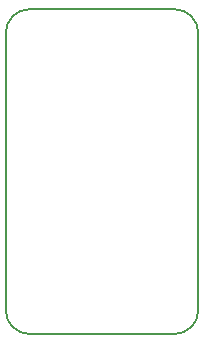
<source format=gbr>
%TF.GenerationSoftware,KiCad,Pcbnew,5.1.7-a382d34a8~87~ubuntu20.04.1*%
%TF.CreationDate,2020-11-06T18:30:14+02:00*%
%TF.ProjectId,BRK-VSON-10-1EP-3x3-P0.5-EP1.65x2.4,42524b2d-5653-44f4-9e2d-31302d314550,v1.0*%
%TF.SameCoordinates,Original*%
%TF.FileFunction,Profile,NP*%
%FSLAX46Y46*%
G04 Gerber Fmt 4.6, Leading zero omitted, Abs format (unit mm)*
G04 Created by KiCad (PCBNEW 5.1.7-a382d34a8~87~ubuntu20.04.1) date 2020-11-06 18:30:14*
%MOMM*%
%LPD*%
G01*
G04 APERTURE LIST*
%TA.AperFunction,Profile*%
%ADD10C,0.150000*%
%TD*%
G04 APERTURE END LIST*
D10*
X108150000Y-82810000D02*
G75*
G03*
X106150000Y-80810000I-2000000J0D01*
G01*
X93850000Y-80810000D02*
G75*
G03*
X91850000Y-82810000I0J-2000000D01*
G01*
X91850000Y-106300000D02*
G75*
G03*
X93850000Y-108300000I2000000J0D01*
G01*
X106150000Y-108300000D02*
G75*
G03*
X108150000Y-106300000I0J2000000D01*
G01*
X93850000Y-108300000D02*
X106150000Y-108300000D01*
X93850000Y-80810000D02*
X106150000Y-80810000D01*
X108150000Y-106300000D02*
X108150000Y-82810000D01*
X91850000Y-82810000D02*
X91850000Y-106300000D01*
M02*

</source>
